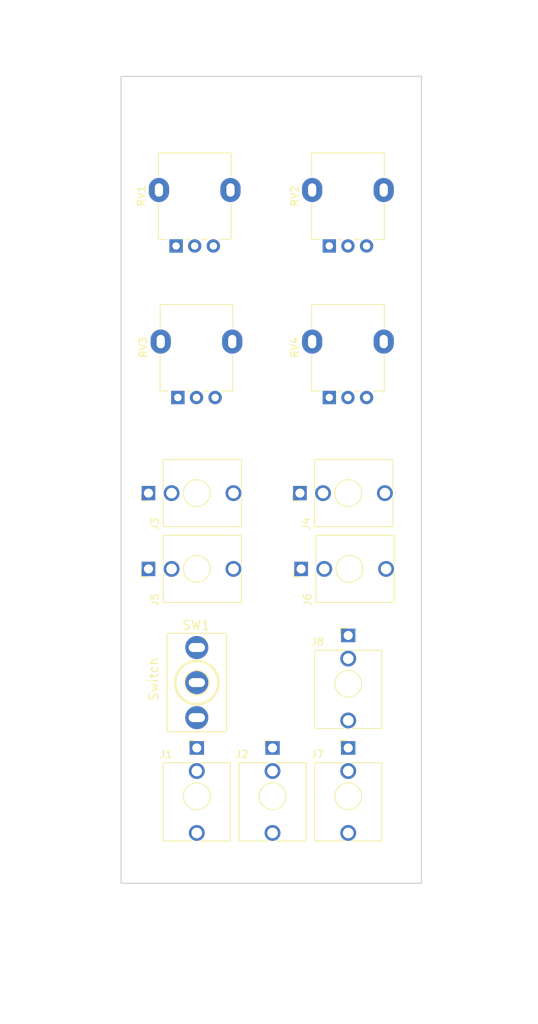
<source format=kicad_pcb>
(kicad_pcb (version 20221018) (generator pcbnew)
  (title_block (title "(title)") (comment 1 "PCB for panel") (comment 2 "(description)") (comment 4 "License CC BY 4.0 - Attribution 4.0 International"))
  (layers (0 "F.Cu" signal) (31 "B.Cu" signal) (34 "B.Paste" user) (35 "F.Paste" user) (36 "B.SilkS" user "B.Silkscreen") (37 "F.SilkS" user "F.Silkscreen") (38 "B.Mask" user) (39 "F.Mask" user) (44 "Edge.Cuts" user))
  (net 0 "")
  (net 1 "GND")
  (net 2 "/TRIGGER")
  (net 4 "/GATE")
  (net 6 "/ATTACK")
  (net 8 "/RELEASE")
  (net 10 "/SUSTAIN")
  (net 13 "/OUT")
  (net 15 "/SGO")
  (footprint "MountingHole:MountingHole_2.2mm_M2" (layer "F.Cu") (at 88.56 53.34)
    (fp_text reference "H2" hide)
    (fp_text value "MountingHole" hide)
    (pad "" np_thru_hole circle locked (at 0 0) (size 2.2 2.2) (drill 2.2) (layers "*.Cu" "*.Mask"))
  )
  (footprint "MountingHole:MountingHole_2.2mm_M2" (layer "F.Cu") (at 53.34 156.44)
    (fp_text reference "H3" hide)
    (fp_text value "MountingHole" hide)
    (pad "" np_thru_hole circle locked (at 0 0) (size 2.2 2.2) (drill 2.2) (layers "*.Cu" "*.Mask"))
  )
  (footprint "MountingHole:MountingHole_2.2mm_M2" (layer "F.Cu") (at 88.56 156.44)
    (fp_text reference "H4" hide)
    (fp_text value "MountingHole" hide)
    (pad "" np_thru_hole circle locked (at 0 0) (size 2.2 2.2) (drill 2.2) (layers "*.Cu" "*.Mask"))
  )
  (footprint "MountingHole:MountingHole_2.2mm_M2" (layer "F.Cu") (at 53.34 53.34)
    (fp_text reference "H1" hide)
    (fp_text value "MountingHole" hide)
    (pad "" np_thru_hole circle (at 0 0) (size 2.2 2.2) (drill 2.2) (layers "*.Cu" "*.Mask"))
  )
  (footprint "elektrophon:SPDT_KIT" (layer "F.Cu") (at 60.96 132.08)
    (fp_text reference "SW1" (at -2.032 -6.985) (layer "F.SilkS") (effects (font (size 1.2065 1.2065) (thickness 0.1524)) (justify left bottom)))
    (fp_text value "Switch" (at -5.08 2.54 90) (layer "F.SilkS") (effects (font (size 1.2065 1.2065) (thickness 0.1524)) (justify left bottom)))
    (fp_line (start -4 6.5) (end -4 -6.5) (stroke (width 0.125)) (layer "F.SilkS"))
    (fp_line (start -3.9 -6.6) (end 3.9 -6.6) (stroke (width 0.125)) (layer "F.SilkS"))
    (fp_line (start 3.9 6.6) (end -3.9 6.6) (stroke (width 0.125)) (layer "F.SilkS"))
    (fp_line (start 4 -6.5) (end 4 6.5) (stroke (width 0.125)) (layer "F.SilkS"))
    (fp_arc (start -4.0005 -6.477) (mid -3.963303 -6.566803) (end -3.8735 -6.604) (stroke (width 0.125)) (layer "F.SilkS"))
    (fp_arc (start -3.8735 6.604) (mid -3.963303 6.566803) (end -4.0005 6.477) (stroke (width 0.125)) (layer "F.SilkS"))
    (fp_arc (start 3.8735 -6.604) (mid 3.963303 -6.566803) (end 4.0005 -6.477) (stroke (width 0.125)) (layer "F.SilkS"))
    (fp_arc (start 4.0005 6.477) (mid 3.963303 6.566803) (end 3.8735 6.604) (stroke (width 0.125)) (layer "F.SilkS"))
    (fp_circle (center 0 0) (end 0.254 -2.794) (stroke (width 0.125)) (fill none) (layer "F.SilkS"))
    (fp_circle (center 0 0) (end 0.3175 -1.651) (stroke (width 0.125)) (fill none) (layer "F.SilkS"))
    (fp_circle (center 0 0) (end 3 0) (stroke (width 0.125)) (fill none) (layer "F.SilkS"))
    (pad "1" thru_hole circle (at 0 -4.7) (size 3.1 3.1) (drill oval 2.2 1.2) (layers "*.Cu" "*.Mask"))
    (pad "2" thru_hole circle (at 0 0) (size 3.1 3.1) (drill oval 2.2 1.2) (layers "*.Cu" "*.Mask"))
    (pad "3" thru_hole circle (at 0 4.7) (size 3.1 3.1) (drill oval 2.2 1.2) (layers "*.Cu" "*.Mask"))
  )
  (footprint "elektrophon:Jack_3.5mm_WQP-PJ398SM_Vertical" (layer "F.Cu") (at 60.96 106.68 90)
    (fp_text reference "J3" (at -4.13 -5.63 90) (layer "F.SilkS"))
    (fp_text value "PJ398SM")
    (fp_line (start -4.5 -4.5) (end -4.5 6) (stroke (width 0.12)) (layer "F.SilkS"))
    (fp_line (start -1.06 -7.48) (end -1.06 -6.68) (stroke (width 0.12)) (layer "F.SilkS"))
    (fp_line (start -1.06 -7.48) (end -0.2 -7.48) (stroke (width 0.12)) (layer "F.SilkS"))
    (fp_line (start -0.5 6) (end -4.5 6) (stroke (width 0.12)) (layer "F.SilkS"))
    (fp_line (start -0.35 -4.5) (end -4.5 -4.5) (stroke (width 0.12)) (layer "F.SilkS"))
    (fp_line (start 4.5 -4.5) (end 0.35 -4.5) (stroke (width 0.12)) (layer "F.SilkS"))
    (fp_line (start 4.5 -4.5) (end 4.5 6) (stroke (width 0.12)) (layer "F.SilkS"))
    (fp_line (start 4.5 6) (end 0.5 6) (stroke (width 0.12)) (layer "F.SilkS"))
    (fp_circle (center 0 0) (end 1.8 0) (stroke (width 0.12)) (fill none) (layer "F.SilkS"))
    (pad "S" thru_hole rect (at 0 -6.48 270) (size 1.93 1.83) (drill 1.22) (layers "*.Cu" "*.Mask") (net 1 "GND"))
    (pad "T" thru_hole circle (at 0 4.92 270) (size 2.13 2.13) (drill 1.43) (layers "*.Cu" "*.Mask") (net 6 "/ATTACK"))
    (pad "TN" thru_hole circle (at 0 -3.38 270) (size 2.13 2.13) (drill 1.42) (layers "*.Cu" "*.Mask"))
  )
  (footprint "elektrophon:Potentiometer_Alpha_RD901F-40-00D_Single_Vertical" (layer "F.Cu") (at 81.28 66.04 90)
    (fp_text reference "RV2" (at -0.79 -7.18 90) (layer "F.SilkS"))
    (fp_text value "10k")
    (fp_line (start -6.62 -4.92) (end -1.9 -4.92) (stroke (width 0.12)) (layer "F.SilkS"))
    (fp_line (start -6.62 -3.73) (end -6.62 -4.91) (stroke (width 0.12)) (layer "F.SilkS"))
    (fp_line (start -6.62 -0.83) (end -6.62 -1.36) (stroke (width 0.12)) (layer "F.SilkS"))
    (fp_line (start -6.62 1.62) (end -6.62 0.79) (stroke (width 0.12)) (layer "F.SilkS"))
    (fp_line (start -6.62 4.83) (end -6.62 3.34) (stroke (width 0.12)) (layer "F.SilkS"))
    (fp_line (start -6.62 4.83) (end -1.9 4.83) (stroke (width 0.12)) (layer "F.SilkS"))
    (fp_line (start 1.91 -4.91) (end 4.97 -4.91) (stroke (width 0.12)) (layer "F.SilkS"))
    (fp_line (start 1.91 4.83) (end 4.97 4.83) (stroke (width 0.12)) (layer "F.SilkS"))
    (fp_line (start 4.97 4.83) (end 4.97 -4.91) (stroke (width 0.12)) (layer "F.SilkS"))
    (pad "" thru_hole oval (at 0 -4.84 180) (size 2.72 3.24) (drill oval 1.1 1.8) (layers "*.Cu" "*.Mask"))
    (pad "" thru_hole oval (at 0 4.76 180) (size 2.72 3.24) (drill oval 1.1 1.8) (layers "*.Cu" "*.Mask"))
    (pad "1" thru_hole rect (at -7.5 -2.54 180) (size 1.8 1.8) (drill 1) (layers "*.Cu" "*.Mask"))
    (pad "2" thru_hole circle (at -7.5 -0.04 180) (size 1.8 1.8) (drill 1) (layers "*.Cu" "*.Mask"))
    (pad "3" thru_hole circle (at -7.5 2.46 180) (size 1.8 1.8) (drill 1) (layers "*.Cu" "*.Mask"))
  )
  (footprint "elektrophon:Potentiometer_Alpha_RD901F-40-00D_Single_Vertical" (layer "F.Cu") (at 60.96 86.36 90)
    (fp_text reference "RV3" (at -0.79 -7.18 90) (layer "F.SilkS"))
    (fp_text value "10k")
    (fp_line (start -6.62 -4.92) (end -1.9 -4.92) (stroke (width 0.12)) (layer "F.SilkS"))
    (fp_line (start -6.62 -3.73) (end -6.62 -4.91) (stroke (width 0.12)) (layer "F.SilkS"))
    (fp_line (start -6.62 -0.83) (end -6.62 -1.36) (stroke (width 0.12)) (layer "F.SilkS"))
    (fp_line (start -6.62 1.62) (end -6.62 0.79) (stroke (width 0.12)) (layer "F.SilkS"))
    (fp_line (start -6.62 4.83) (end -6.62 3.34) (stroke (width 0.12)) (layer "F.SilkS"))
    (fp_line (start -6.62 4.83) (end -1.9 4.83) (stroke (width 0.12)) (layer "F.SilkS"))
    (fp_line (start 1.91 -4.91) (end 4.97 -4.91) (stroke (width 0.12)) (layer "F.SilkS"))
    (fp_line (start 1.91 4.83) (end 4.97 4.83) (stroke (width 0.12)) (layer "F.SilkS"))
    (fp_line (start 4.97 4.83) (end 4.97 -4.91) (stroke (width 0.12)) (layer "F.SilkS"))
    (pad "" thru_hole oval (at 0 -4.84 180) (size 2.72 3.24) (drill oval 1.1 1.8) (layers "*.Cu" "*.Mask"))
    (pad "" thru_hole oval (at 0 4.76 180) (size 2.72 3.24) (drill oval 1.1 1.8) (layers "*.Cu" "*.Mask"))
    (pad "1" thru_hole rect (at -7.5 -2.54 180) (size 1.8 1.8) (drill 1) (layers "*.Cu" "*.Mask"))
    (pad "2" thru_hole circle (at -7.5 -0.04 180) (size 1.8 1.8) (drill 1) (layers "*.Cu" "*.Mask"))
    (pad "3" thru_hole circle (at -7.5 2.46 180) (size 1.8 1.8) (drill 1) (layers "*.Cu" "*.Mask"))
  )
  (footprint "elektrophon:Jack_3.5mm_WQP-PJ398SM_Vertical" (layer "F.Cu") (at 81.28 106.68 90)
    (fp_text reference "J4" (at -4.13 -5.63 90) (layer "F.SilkS"))
    (fp_text value "PJ398SM")
    (fp_line (start -4.5 -4.5) (end -4.5 6) (stroke (width 0.12)) (layer "F.SilkS"))
    (fp_line (start -1.06 -7.48) (end -1.06 -6.68) (stroke (width 0.12)) (layer "F.SilkS"))
    (fp_line (start -1.06 -7.48) (end -0.2 -7.48) (stroke (width 0.12)) (layer "F.SilkS"))
    (fp_line (start -0.5 6) (end -4.5 6) (stroke (width 0.12)) (layer "F.SilkS"))
    (fp_line (start -0.35 -4.5) (end -4.5 -4.5) (stroke (width 0.12)) (layer "F.SilkS"))
    (fp_line (start 4.5 -4.5) (end 0.35 -4.5) (stroke (width 0.12)) (layer "F.SilkS"))
    (fp_line (start 4.5 -4.5) (end 4.5 6) (stroke (width 0.12)) (layer "F.SilkS"))
    (fp_line (start 4.5 6) (end 0.5 6) (stroke (width 0.12)) (layer "F.SilkS"))
    (fp_circle (center 0 0) (end 1.8 0) (stroke (width 0.12)) (fill none) (layer "F.SilkS"))
    (pad "S" thru_hole rect (at 0 -6.48 270) (size 1.93 1.83) (drill 1.22) (layers "*.Cu" "*.Mask") (net 1 "GND"))
    (pad "T" thru_hole circle (at 0 4.92 270) (size 2.13 2.13) (drill 1.43) (layers "*.Cu" "*.Mask") (net 8 "/RELEASE"))
    (pad "TN" thru_hole circle (at 0 -3.38 270) (size 2.13 2.13) (drill 1.42) (layers "*.Cu" "*.Mask"))
  )
  (footprint "elektrophon:Jack_3.5mm_WQP-PJ398SM_Vertical" (layer "F.Cu") (at 60.96 147.32)
    (fp_text reference "J1" (at -4.13 -5.63) (layer "F.SilkS"))
    (fp_text value "PJ398SM")
    (fp_line (start -4.5 -4.5) (end -4.5 6) (stroke (width 0.12)) (layer "F.SilkS"))
    (fp_line (start -1.06 -7.48) (end -1.06 -6.68) (stroke (width 0.12)) (layer "F.SilkS"))
    (fp_line (start -1.06 -7.48) (end -0.2 -7.48) (stroke (width 0.12)) (layer "F.SilkS"))
    (fp_line (start -0.5 6) (end -4.5 6) (stroke (width 0.12)) (layer "F.SilkS"))
    (fp_line (start -0.35 -4.5) (end -4.5 -4.5) (stroke (width 0.12)) (layer "F.SilkS"))
    (fp_line (start 4.5 -4.5) (end 0.35 -4.5) (stroke (width 0.12)) (layer "F.SilkS"))
    (fp_line (start 4.5 -4.5) (end 4.5 6) (stroke (width 0.12)) (layer "F.SilkS"))
    (fp_line (start 4.5 6) (end 0.5 6) (stroke (width 0.12)) (layer "F.SilkS"))
    (fp_circle (center 0 0) (end 1.8 0) (stroke (width 0.12)) (fill none) (layer "F.SilkS"))
    (pad "S" thru_hole rect (at 0 -6.48 180) (size 1.93 1.83) (drill 1.22) (layers "*.Cu" "*.Mask") (net 1 "GND"))
    (pad "T" thru_hole circle (at 0 4.92 180) (size 2.13 2.13) (drill 1.43) (layers "*.Cu" "*.Mask") (net 2 "/TRIGGER"))
    (pad "TN" thru_hole circle (at 0 -3.38 180) (size 2.13 2.13) (drill 1.42) (layers "*.Cu" "*.Mask"))
  )
  (footprint "elektrophon:Jack_3.5mm_WQP-PJ398SM_Vertical" (layer "F.Cu") (at 60.96 116.84 90)
    (fp_text reference "J5" (at -4.13 -5.63 90) (layer "F.SilkS"))
    (fp_text value "PJ398SM")
    (fp_line (start -4.5 -4.5) (end -4.5 6) (stroke (width 0.12)) (layer "F.SilkS"))
    (fp_line (start -1.06 -7.48) (end -1.06 -6.68) (stroke (width 0.12)) (layer "F.SilkS"))
    (fp_line (start -1.06 -7.48) (end -0.2 -7.48) (stroke (width 0.12)) (layer "F.SilkS"))
    (fp_line (start -0.5 6) (end -4.5 6) (stroke (width 0.12)) (layer "F.SilkS"))
    (fp_line (start -0.35 -4.5) (end -4.5 -4.5) (stroke (width 0.12)) (layer "F.SilkS"))
    (fp_line (start 4.5 -4.5) (end 0.35 -4.5) (stroke (width 0.12)) (layer "F.SilkS"))
    (fp_line (start 4.5 -4.5) (end 4.5 6) (stroke (width 0.12)) (layer "F.SilkS"))
    (fp_line (start 4.5 6) (end 0.5 6) (stroke (width 0.12)) (layer "F.SilkS"))
    (fp_circle (center 0 0) (end 1.8 0) (stroke (width 0.12)) (fill none) (layer "F.SilkS"))
    (pad "S" thru_hole rect (at 0 -6.48 270) (size 1.93 1.83) (drill 1.22) (layers "*.Cu" "*.Mask") (net 1 "GND"))
    (pad "T" thru_hole circle (at 0 4.92 270) (size 2.13 2.13) (drill 1.43) (layers "*.Cu" "*.Mask") (net 10 "/SUSTAIN"))
    (pad "TN" thru_hole circle (at 0 -3.38 270) (size 2.13 2.13) (drill 1.42) (layers "*.Cu" "*.Mask"))
  )
  (footprint "elektrophon:Jack_3.5mm_WQP-PJ398SM_Vertical" (layer "F.Cu") (at 81.28 147.32)
    (fp_text reference "J7" (at -4.13 -5.63) (layer "F.SilkS"))
    (fp_text value "PJ398SM")
    (fp_line (start -4.5 -4.5) (end -4.5 6) (stroke (width 0.12)) (layer "F.SilkS"))
    (fp_line (start -1.06 -7.48) (end -1.06 -6.68) (stroke (width 0.12)) (layer "F.SilkS"))
    (fp_line (start -1.06 -7.48) (end -0.2 -7.48) (stroke (width 0.12)) (layer "F.SilkS"))
    (fp_line (start -0.5 6) (end -4.5 6) (stroke (width 0.12)) (layer "F.SilkS"))
    (fp_line (start -0.35 -4.5) (end -4.5 -4.5) (stroke (width 0.12)) (layer "F.SilkS"))
    (fp_line (start 4.5 -4.5) (end 0.35 -4.5) (stroke (width 0.12)) (layer "F.SilkS"))
    (fp_line (start 4.5 -4.5) (end 4.5 6) (stroke (width 0.12)) (layer "F.SilkS"))
    (fp_line (start 4.5 6) (end 0.5 6) (stroke (width 0.12)) (layer "F.SilkS"))
    (fp_circle (center 0 0) (end 1.8 0) (stroke (width 0.12)) (fill none) (layer "F.SilkS"))
    (pad "S" thru_hole rect (at 0 -6.48 180) (size 1.93 1.83) (drill 1.22) (layers "*.Cu" "*.Mask") (net 1 "GND"))
    (pad "T" thru_hole circle (at 0 4.92 180) (size 2.13 2.13) (drill 1.43) (layers "*.Cu" "*.Mask") (net 13 "/OUT"))
    (pad "TN" thru_hole circle (at 0 -3.38 180) (size 2.13 2.13) (drill 1.42) (layers "*.Cu" "*.Mask"))
  )
  (footprint "elektrophon:Jack_3.5mm_WQP-PJ398SM_Vertical" (layer "F.Cu") (at 81.28 132.24)
    (fp_text reference "J8" (at -4.13 -5.63) (layer "F.SilkS"))
    (fp_text value "PJ398SM")
    (fp_line (start -4.5 -4.5) (end -4.5 6) (stroke (width 0.12)) (layer "F.SilkS"))
    (fp_line (start -1.06 -7.48) (end -1.06 -6.68) (stroke (width 0.12)) (layer "F.SilkS"))
    (fp_line (start -1.06 -7.48) (end -0.2 -7.48) (stroke (width 0.12)) (layer "F.SilkS"))
    (fp_line (start -0.5 6) (end -4.5 6) (stroke (width 0.12)) (layer "F.SilkS"))
    (fp_line (start -0.35 -4.5) (end -4.5 -4.5) (stroke (width 0.12)) (layer "F.SilkS"))
    (fp_line (start 4.5 -4.5) (end 0.35 -4.5) (stroke (width 0.12)) (layer "F.SilkS"))
    (fp_line (start 4.5 -4.5) (end 4.5 6) (stroke (width 0.12)) (layer "F.SilkS"))
    (fp_line (start 4.5 6) (end 0.5 6) (stroke (width 0.12)) (layer "F.SilkS"))
    (fp_circle (center 0 0) (end 1.8 0) (stroke (width 0.12)) (fill none) (layer "F.SilkS"))
    (pad "S" thru_hole rect (at 0 -6.48 180) (size 1.93 1.83) (drill 1.22) (layers "*.Cu" "*.Mask") (net 1 "GND"))
    (pad "T" thru_hole circle (at 0 4.92 180) (size 2.13 2.13) (drill 1.43) (layers "*.Cu" "*.Mask") (net 15 "/SGO"))
    (pad "TN" thru_hole circle (at 0 -3.38 180) (size 2.13 2.13) (drill 1.42) (layers "*.Cu" "*.Mask"))
  )
  (footprint "elektrophon:Jack_3.5mm_WQP-PJ398SM_Vertical" (layer "F.Cu") (at 71.12 147.32)
    (fp_text reference "J2" (at -4.13 -5.63) (layer "F.SilkS"))
    (fp_text value "PJ398SM")
    (fp_line (start -4.5 -4.5) (end -4.5 6) (stroke (width 0.12)) (layer "F.SilkS"))
    (fp_line (start -1.06 -7.48) (end -1.06 -6.68) (stroke (width 0.12)) (layer "F.SilkS"))
    (fp_line (start -1.06 -7.48) (end -0.2 -7.48) (stroke (width 0.12)) (layer "F.SilkS"))
    (fp_line (start -0.5 6) (end -4.5 6) (stroke (width 0.12)) (layer "F.SilkS"))
    (fp_line (start -0.35 -4.5) (end -4.5 -4.5) (stroke (width 0.12)) (layer "F.SilkS"))
    (fp_line (start 4.5 -4.5) (end 0.35 -4.5) (stroke (width 0.12)) (layer "F.SilkS"))
    (fp_line (start 4.5 -4.5) (end 4.5 6) (stroke (width 0.12)) (layer "F.SilkS"))
    (fp_line (start 4.5 6) (end 0.5 6) (stroke (width 0.12)) (layer "F.SilkS"))
    (fp_circle (center 0 0) (end 1.8 0) (stroke (width 0.12)) (fill none) (layer "F.SilkS"))
    (pad "S" thru_hole rect (at 0 -6.48 180) (size 1.93 1.83) (drill 1.22) (layers "*.Cu" "*.Mask") (net 1 "GND"))
    (pad "T" thru_hole circle (at 0 4.92 180) (size 2.13 2.13) (drill 1.43) (layers "*.Cu" "*.Mask") (net 4 "/GATE"))
    (pad "TN" thru_hole circle (at 0 -3.38 180) (size 2.13 2.13) (drill 1.42) (layers "*.Cu" "*.Mask"))
  )
  (footprint "elektrophon:Potentiometer_Alpha_RD901F-40-00D_Single_Vertical" (layer "F.Cu") (at 81.28 86.36 90)
    (fp_text reference "RV4" (at -0.79 -7.18 90) (layer "F.SilkS"))
    (fp_text value "10k")
    (fp_line (start -6.62 -4.92) (end -1.9 -4.92) (stroke (width 0.12)) (layer "F.SilkS"))
    (fp_line (start -6.62 -3.73) (end -6.62 -4.91) (stroke (width 0.12)) (layer "F.SilkS"))
    (fp_line (start -6.62 -0.83) (end -6.62 -1.36) (stroke (width 0.12)) (layer "F.SilkS"))
    (fp_line (start -6.62 1.62) (end -6.62 0.79) (stroke (width 0.12)) (layer "F.SilkS"))
    (fp_line (start -6.62 4.83) (end -6.62 3.34) (stroke (width 0.12)) (layer "F.SilkS"))
    (fp_line (start -6.62 4.83) (end -1.9 4.83) (stroke (width 0.12)) (layer "F.SilkS"))
    (fp_line (start 1.91 -4.91) (end 4.97 -4.91) (stroke (width 0.12)) (layer "F.SilkS"))
    (fp_line (start 1.91 4.83) (end 4.97 4.83) (stroke (width 0.12)) (layer "F.SilkS"))
    (fp_line (start 4.97 4.83) (end 4.97 -4.91) (stroke (width 0.12)) (layer "F.SilkS"))
    (pad "" thru_hole oval (at 0 -4.84 180) (size 2.72 3.24) (drill oval 1.1 1.8) (layers "*.Cu" "*.Mask"))
    (pad "" thru_hole oval (at 0 4.76 180) (size 2.72 3.24) (drill oval 1.1 1.8) (layers "*.Cu" "*.Mask"))
    (pad "1" thru_hole rect (at -7.5 -2.54 180) (size 1.8 1.8) (drill 1) (layers "*.Cu" "*.Mask"))
    (pad "2" thru_hole circle (at -7.5 -0.04 180) (size 1.8 1.8) (drill 1) (layers "*.Cu" "*.Mask"))
    (pad "3" thru_hole circle (at -7.5 2.46 180) (size 1.8 1.8) (drill 1) (layers "*.Cu" "*.Mask"))
  )
  (footprint "elektrophon:Potentiometer_Alpha_RD901F-40-00D_Single_Vertical" (layer "F.Cu") (at 60.72 66.04 90)
    (fp_text reference "RV1" (at -0.79 -7.18 90) (layer "F.SilkS"))
    (fp_text value "10k")
    (fp_line (start -6.62 -4.92) (end -1.9 -4.92) (stroke (width 0.12)) (layer "F.SilkS"))
    (fp_line (start -6.62 -3.73) (end -6.62 -4.91) (stroke (width 0.12)) (layer "F.SilkS"))
    (fp_line (start -6.62 -0.83) (end -6.62 -1.36) (stroke (width 0.12)) (layer "F.SilkS"))
    (fp_line (start -6.62 1.62) (end -6.62 0.79) (stroke (width 0.12)) (layer "F.SilkS"))
    (fp_line (start -6.62 4.83) (end -6.62 3.34) (stroke (width 0.12)) (layer "F.SilkS"))
    (fp_line (start -6.62 4.83) (end -1.9 4.83) (stroke (width 0.12)) (layer "F.SilkS"))
    (fp_line (start 1.91 -4.91) (end 4.97 -4.91) (stroke (width 0.12)) (layer "F.SilkS"))
    (fp_line (start 1.91 4.83) (end 4.97 4.83) (stroke (width 0.12)) (layer "F.SilkS"))
    (fp_line (start 4.97 4.83) (end 4.97 -4.91) (stroke (width 0.12)) (layer "F.SilkS"))
    (pad "" thru_hole oval (at 0 -4.84 180) (size 2.72 3.24) (drill oval 1.1 1.8) (layers "*.Cu" "*.Mask"))
    (pad "" thru_hole oval (at 0 4.76 180) (size 2.72 3.24) (drill oval 1.1 1.8) (layers "*.Cu" "*.Mask"))
    (pad "1" thru_hole rect (at -7.5 -2.54 180) (size 1.8 1.8) (drill 1) (layers "*.Cu" "*.Mask"))
    (pad "2" thru_hole circle (at -7.5 -0.04 180) (size 1.8 1.8) (drill 1) (layers "*.Cu" "*.Mask"))
    (pad "3" thru_hole circle (at -7.5 2.46 180) (size 1.8 1.8) (drill 1) (layers "*.Cu" "*.Mask"))
  )
  (footprint "elektrophon:Jack_3.5mm_WQP-PJ398SM_Vertical" (layer "F.Cu") (at 81.44 116.84 90)
    (fp_text reference "J6" (at -4.13 -5.63 90) (layer "F.SilkS"))
    (fp_text value "PJ398SM")
    (fp_line (start -4.5 -4.5) (end -4.5 6) (stroke (width 0.12)) (layer "F.SilkS"))
    (fp_line (start -1.06 -7.48) (end -1.06 -6.68) (stroke (width 0.12)) (layer "F.SilkS"))
    (fp_line (start -1.06 -7.48) (end -0.2 -7.48) (stroke (width 0.12)) (layer "F.SilkS"))
    (fp_line (start -0.5 6) (end -4.5 6) (stroke (width 0.12)) (layer "F.SilkS"))
    (fp_line (start -0.35 -4.5) (end -4.5 -4.5) (stroke (width 0.12)) (layer "F.SilkS"))
    (fp_line (start 4.5 -4.5) (end 0.35 -4.5) (stroke (width 0.12)) (layer "F.SilkS"))
    (fp_line (start 4.5 -4.5) (end 4.5 6) (stroke (width 0.12)) (layer "F.SilkS"))
    (fp_line (start 4.5 6) (end 0.5 6) (stroke (width 0.12)) (layer "F.SilkS"))
    (fp_circle (center 0 0) (end 1.8 0) (stroke (width 0.12)) (fill none) (layer "F.SilkS"))
    (pad "S" thru_hole rect (at 0 -6.48 270) (size 1.93 1.83) (drill 1.22) (layers "*.Cu" "*.Mask") (net 1 "GND"))
    (pad "T" thru_hole circle (at 0 4.92 270) (size 2.13 2.13) (drill 1.43) (layers "*.Cu" "*.Mask") (net 8 "/RELEASE"))
    (pad "TN" thru_hole circle (at 0 -3.38 270) (size 2.13 2.13) (drill 1.42) (layers "*.Cu" "*.Mask"))
  )
  (gr_line (start 50.8 50.8) (end 50.8 158.98) (stroke (width 0.15)) (layer "Edge.Cuts"))
  (gr_line (start 91.1 50.8) (end 91.1 158.98) (stroke (width 0.15)) (layer "Edge.Cuts"))
  (gr_line (start 50.8 50.8) (end 91.1 50.8) (stroke (width 0.15)) (layer "Edge.Cuts"))
  (gr_line (start 91.1 158.98) (end 50.8 158.98) (stroke (width 0.15)) (layer "Edge.Cuts"))
)
</source>
